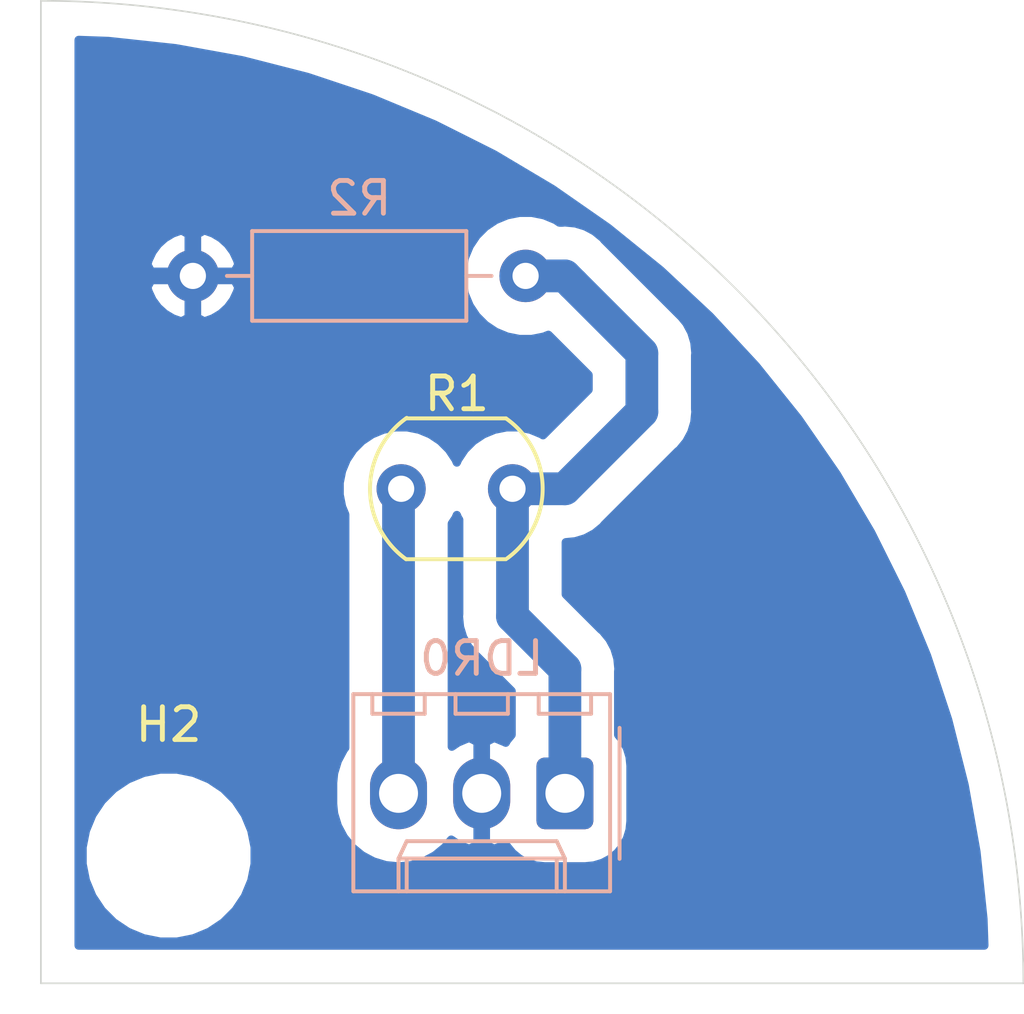
<source format=kicad_pcb>
(kicad_pcb (version 20171130) (host pcbnew "(5.1.6)-1")

  (general
    (thickness 1.6)
    (drawings 3)
    (tracks 12)
    (zones 0)
    (modules 4)
    (nets 4)
  )

  (page A4)
  (layers
    (0 F.Cu signal)
    (31 B.Cu signal)
    (32 B.Adhes user)
    (33 F.Adhes user)
    (34 B.Paste user)
    (35 F.Paste user)
    (36 B.SilkS user)
    (37 F.SilkS user)
    (38 B.Mask user)
    (39 F.Mask user)
    (40 Dwgs.User user)
    (41 Cmts.User user)
    (42 Eco1.User user)
    (43 Eco2.User user)
    (44 Edge.Cuts user)
    (45 Margin user)
    (46 B.CrtYd user)
    (47 F.CrtYd user)
    (48 B.Fab user)
    (49 F.Fab user)
  )

  (setup
    (last_trace_width 1)
    (trace_clearance 0.2)
    (zone_clearance 0.508)
    (zone_45_only no)
    (trace_min 0.2)
    (via_size 0.8)
    (via_drill 0.4)
    (via_min_size 0.4)
    (via_min_drill 0.3)
    (uvia_size 0.3)
    (uvia_drill 0.1)
    (uvias_allowed no)
    (uvia_min_size 0.2)
    (uvia_min_drill 0.1)
    (edge_width 0.05)
    (segment_width 0.2)
    (pcb_text_width 0.3)
    (pcb_text_size 1.5 1.5)
    (mod_edge_width 0.12)
    (mod_text_size 1 1)
    (mod_text_width 0.15)
    (pad_size 1.524 1.524)
    (pad_drill 0.762)
    (pad_to_mask_clearance 0)
    (aux_axis_origin 0 0)
    (visible_elements 7FFFFFFF)
    (pcbplotparams
      (layerselection 0x010fc_ffffffff)
      (usegerberextensions false)
      (usegerberattributes true)
      (usegerberadvancedattributes true)
      (creategerberjobfile true)
      (excludeedgelayer true)
      (linewidth 0.100000)
      (plotframeref false)
      (viasonmask false)
      (mode 1)
      (useauxorigin false)
      (hpglpennumber 1)
      (hpglpenspeed 20)
      (hpglpendiameter 15.000000)
      (psnegative false)
      (psa4output false)
      (plotreference true)
      (plotvalue true)
      (plotinvisibletext false)
      (padsonsilk false)
      (subtractmaskfromsilk false)
      (outputformat 1)
      (mirror false)
      (drillshape 1)
      (scaleselection 1)
      (outputdirectory ""))
  )

  (net 0 "")
  (net 1 LDR0)
  (net 2 GND)
  (net 3 +5V)

  (net_class Default "This is the default net class."
    (clearance 0.2)
    (trace_width 1)
    (via_dia 0.8)
    (via_drill 0.4)
    (uvia_dia 0.3)
    (uvia_drill 0.1)
    (add_net +5V)
    (add_net GND)
    (add_net LDR0)
  )

  (module MountingHole:MountingHole_3mm (layer F.Cu) (tedit 56D1B4CB) (tstamp 5F910878)
    (at 153.8 87.1)
    (descr "Mounting Hole 3mm, no annular")
    (tags "mounting hole 3mm no annular")
    (path /5F9CC719)
    (attr virtual)
    (fp_text reference H2 (at 0 -4) (layer F.SilkS)
      (effects (font (size 1 1) (thickness 0.15)))
    )
    (fp_text value MountingHole (at 0 4) (layer F.Fab)
      (effects (font (size 1 1) (thickness 0.15)))
    )
    (fp_circle (center 0 0) (end 3.25 0) (layer F.CrtYd) (width 0.05))
    (fp_circle (center 0 0) (end 3 0) (layer Cmts.User) (width 0.15))
    (fp_text user %R (at 0.3 0) (layer F.Fab)
      (effects (font (size 1 1) (thickness 0.15)))
    )
    (pad 1 np_thru_hole circle (at 0 0) (size 3 3) (drill 3) (layers *.Cu *.Mask))
  )

  (module Connector_Molex:Molex_KK-254_AE-6410-03A_1x03_P2.54mm_Vertical (layer B.Cu) (tedit 5EA53D3B) (tstamp 5F9108A0)
    (at 165.9 85.2 180)
    (descr "Molex KK-254 Interconnect System, old/engineering part number: AE-6410-03A example for new part number: 22-27-2031, 3 Pins (http://www.molex.com/pdm_docs/sd/022272021_sd.pdf), generated with kicad-footprint-generator")
    (tags "connector Molex KK-254 vertical")
    (path /5F993B4F)
    (fp_text reference LDR0 (at 2.54 4.12) (layer B.SilkS)
      (effects (font (size 1 1) (thickness 0.15)) (justify mirror))
    )
    (fp_text value LDR0 (at 2.54 -4.08) (layer B.Fab)
      (effects (font (size 1 1) (thickness 0.15)) (justify mirror))
    )
    (fp_line (start -1.27 2.92) (end -1.27 -2.88) (layer B.Fab) (width 0.1))
    (fp_line (start -1.27 -2.88) (end 6.35 -2.88) (layer B.Fab) (width 0.1))
    (fp_line (start 6.35 -2.88) (end 6.35 2.92) (layer B.Fab) (width 0.1))
    (fp_line (start 6.35 2.92) (end -1.27 2.92) (layer B.Fab) (width 0.1))
    (fp_line (start -1.38 3.03) (end -1.38 -2.99) (layer B.SilkS) (width 0.12))
    (fp_line (start -1.38 -2.99) (end 6.46 -2.99) (layer B.SilkS) (width 0.12))
    (fp_line (start 6.46 -2.99) (end 6.46 3.03) (layer B.SilkS) (width 0.12))
    (fp_line (start 6.46 3.03) (end -1.38 3.03) (layer B.SilkS) (width 0.12))
    (fp_line (start -1.67 2) (end -1.67 -2) (layer B.SilkS) (width 0.12))
    (fp_line (start -1.27 0.5) (end -0.562893 0) (layer B.Fab) (width 0.1))
    (fp_line (start -0.562893 0) (end -1.27 -0.5) (layer B.Fab) (width 0.1))
    (fp_line (start 0 -2.99) (end 0 -1.99) (layer B.SilkS) (width 0.12))
    (fp_line (start 0 -1.99) (end 5.08 -1.99) (layer B.SilkS) (width 0.12))
    (fp_line (start 5.08 -1.99) (end 5.08 -2.99) (layer B.SilkS) (width 0.12))
    (fp_line (start 0 -1.99) (end 0.25 -1.46) (layer B.SilkS) (width 0.12))
    (fp_line (start 0.25 -1.46) (end 4.83 -1.46) (layer B.SilkS) (width 0.12))
    (fp_line (start 4.83 -1.46) (end 5.08 -1.99) (layer B.SilkS) (width 0.12))
    (fp_line (start 0.25 -2.99) (end 0.25 -1.99) (layer B.SilkS) (width 0.12))
    (fp_line (start 4.83 -2.99) (end 4.83 -1.99) (layer B.SilkS) (width 0.12))
    (fp_line (start -0.8 3.03) (end -0.8 2.43) (layer B.SilkS) (width 0.12))
    (fp_line (start -0.8 2.43) (end 0.8 2.43) (layer B.SilkS) (width 0.12))
    (fp_line (start 0.8 2.43) (end 0.8 3.03) (layer B.SilkS) (width 0.12))
    (fp_line (start 1.74 3.03) (end 1.74 2.43) (layer B.SilkS) (width 0.12))
    (fp_line (start 1.74 2.43) (end 3.34 2.43) (layer B.SilkS) (width 0.12))
    (fp_line (start 3.34 2.43) (end 3.34 3.03) (layer B.SilkS) (width 0.12))
    (fp_line (start 4.28 3.03) (end 4.28 2.43) (layer B.SilkS) (width 0.12))
    (fp_line (start 4.28 2.43) (end 5.88 2.43) (layer B.SilkS) (width 0.12))
    (fp_line (start 5.88 2.43) (end 5.88 3.03) (layer B.SilkS) (width 0.12))
    (fp_line (start -1.77 3.42) (end -1.77 -3.38) (layer B.CrtYd) (width 0.05))
    (fp_line (start -1.77 -3.38) (end 6.85 -3.38) (layer B.CrtYd) (width 0.05))
    (fp_line (start 6.85 -3.38) (end 6.85 3.42) (layer B.CrtYd) (width 0.05))
    (fp_line (start 6.85 3.42) (end -1.77 3.42) (layer B.CrtYd) (width 0.05))
    (fp_text user %R (at 2.54 2.22) (layer B.Fab)
      (effects (font (size 1 1) (thickness 0.15)) (justify mirror))
    )
    (pad 1 thru_hole roundrect (at 0 0 180) (size 1.74 2.19) (drill 1.19) (layers *.Cu *.Mask) (roundrect_rratio 0.143678)
      (net 1 LDR0))
    (pad 2 thru_hole oval (at 2.54 0 180) (size 1.74 2.19) (drill 1.19) (layers *.Cu *.Mask)
      (net 2 GND))
    (pad 3 thru_hole oval (at 5.08 0 180) (size 1.74 2.19) (drill 1.19) (layers *.Cu *.Mask)
      (net 3 +5V))
    (model ${KISYS3DMOD}/Connector_Molex.3dshapes/Molex_KK-254_AE-6410-03A_1x03_P2.54mm_Vertical.wrl
      (at (xyz 0 0 0))
      (scale (xyz 1 1 1))
      (rotate (xyz 0 0 0))
    )
  )

  (module OptoDevice:R_LDR_5.1x4.3mm_P3.4mm_Vertical (layer F.Cu) (tedit 5B8603DB) (tstamp 5F9108C0)
    (at 160.9 75.9)
    (descr "Resistor, LDR 5.1x3.4mm, see http://yourduino.com/docs/Photoresistor-5516-datasheet.pdf")
    (tags "Resistor LDR5.1x3.4mm")
    (path /5F9943CE)
    (fp_text reference R1 (at 1.7 -2.9) (layer F.SilkS)
      (effects (font (size 1 1) (thickness 0.15)))
    )
    (fp_text value LDR (at 1.5 3) (layer F.Fab)
      (effects (font (size 1 1) (thickness 0.15)))
    )
    (fp_line (start 0.15 2.15) (end 3.2 2.15) (layer F.SilkS) (width 0.12))
    (fp_line (start 0.15 -2.15) (end 3.2 -2.15) (layer F.SilkS) (width 0.12))
    (fp_line (start 1 0) (end 2.3 0) (layer F.Fab) (width 0.1))
    (fp_line (start 2.3 0) (end 2.3 -0.6) (layer F.Fab) (width 0.1))
    (fp_line (start 2.3 -0.6) (end 0.8 -0.6) (layer F.Fab) (width 0.1))
    (fp_line (start 2.6 0.6) (end 1 0.6) (layer F.Fab) (width 0.1))
    (fp_line (start 0.8 -1.8) (end 2.6 -1.8) (layer F.Fab) (width 0.1))
    (fp_line (start 2.6 -1.8) (end 2.6 -1.2) (layer F.Fab) (width 0.1))
    (fp_line (start 2.6 -1.2) (end 0.8 -1.2) (layer F.Fab) (width 0.1))
    (fp_line (start 0.8 -1.2) (end 0.8 -0.6) (layer F.Fab) (width 0.1))
    (fp_line (start 1 0) (end 1 0.6) (layer F.Fab) (width 0.1))
    (fp_line (start 2.6 0.6) (end 2.6 1.2) (layer F.Fab) (width 0.1))
    (fp_line (start 2.6 1.2) (end 0.8 1.2) (layer F.Fab) (width 0.1))
    (fp_line (start 0.8 1.2) (end 0.8 1.8) (layer F.Fab) (width 0.1))
    (fp_line (start 0.8 1.8) (end 2.6 1.8) (layer F.Fab) (width 0.1))
    (fp_line (start 3.2 2.1) (end 0.2 2.1) (layer F.Fab) (width 0.1))
    (fp_line (start 0.2 -2.1) (end 3.2 -2.1) (layer F.Fab) (width 0.1))
    (fp_line (start -1.13 -2.35) (end 4.53 -2.35) (layer F.CrtYd) (width 0.05))
    (fp_line (start -1.13 -2.35) (end -1.13 2.35) (layer F.CrtYd) (width 0.05))
    (fp_line (start 4.53 2.35) (end 4.53 -2.35) (layer F.CrtYd) (width 0.05))
    (fp_line (start 4.53 2.35) (end -1.13 2.35) (layer F.CrtYd) (width 0.05))
    (fp_text user %R (at 1.7 -2.9) (layer F.Fab)
      (effects (font (size 1 1) (thickness 0.15)))
    )
    (fp_arc (start 1.7 0) (end 0.15 2.15) (angle 109) (layer F.SilkS) (width 0.12))
    (fp_arc (start 1.7 0) (end 3.2 -2.15) (angle 109) (layer F.SilkS) (width 0.12))
    (fp_arc (start 1.7 0) (end 3.2 -2.1) (angle 109) (layer F.Fab) (width 0.1))
    (fp_arc (start 1.7 0) (end 0.2 2.1) (angle 109) (layer F.Fab) (width 0.1))
    (pad 1 thru_hole circle (at 0 0) (size 1.5 1.5) (drill 0.8) (layers *.Cu *.Mask)
      (net 3 +5V))
    (pad 2 thru_hole circle (at 3.4 0) (size 1.5 1.5) (drill 0.8) (layers *.Cu *.Mask)
      (net 1 LDR0))
    (model ${KISYS3DMOD}/OptoDevice.3dshapes/R_LDR_5.1x4.3mm_P3.4mm_Vertical.wrl
      (at (xyz 0 0 0))
      (scale (xyz 1 1 1))
      (rotate (xyz 0 0 0))
    )
  )

  (module Resistor_THT:R_Axial_DIN0207_L6.3mm_D2.5mm_P10.16mm_Horizontal (layer B.Cu) (tedit 5AE5139B) (tstamp 5F9108D7)
    (at 164.7 69.4 180)
    (descr "Resistor, Axial_DIN0207 series, Axial, Horizontal, pin pitch=10.16mm, 0.25W = 1/4W, length*diameter=6.3*2.5mm^2, http://cdn-reichelt.de/documents/datenblatt/B400/1_4W%23YAG.pdf")
    (tags "Resistor Axial_DIN0207 series Axial Horizontal pin pitch 10.16mm 0.25W = 1/4W length 6.3mm diameter 2.5mm")
    (path /5F9C7750)
    (fp_text reference R2 (at 5.08 2.37) (layer B.SilkS)
      (effects (font (size 1 1) (thickness 0.15)) (justify mirror))
    )
    (fp_text value 1k (at 5.08 -2.37) (layer B.Fab)
      (effects (font (size 1 1) (thickness 0.15)) (justify mirror))
    )
    (fp_line (start 1.93 1.25) (end 1.93 -1.25) (layer B.Fab) (width 0.1))
    (fp_line (start 1.93 -1.25) (end 8.23 -1.25) (layer B.Fab) (width 0.1))
    (fp_line (start 8.23 -1.25) (end 8.23 1.25) (layer B.Fab) (width 0.1))
    (fp_line (start 8.23 1.25) (end 1.93 1.25) (layer B.Fab) (width 0.1))
    (fp_line (start 0 0) (end 1.93 0) (layer B.Fab) (width 0.1))
    (fp_line (start 10.16 0) (end 8.23 0) (layer B.Fab) (width 0.1))
    (fp_line (start 1.81 1.37) (end 1.81 -1.37) (layer B.SilkS) (width 0.12))
    (fp_line (start 1.81 -1.37) (end 8.35 -1.37) (layer B.SilkS) (width 0.12))
    (fp_line (start 8.35 -1.37) (end 8.35 1.37) (layer B.SilkS) (width 0.12))
    (fp_line (start 8.35 1.37) (end 1.81 1.37) (layer B.SilkS) (width 0.12))
    (fp_line (start 1.04 0) (end 1.81 0) (layer B.SilkS) (width 0.12))
    (fp_line (start 9.12 0) (end 8.35 0) (layer B.SilkS) (width 0.12))
    (fp_line (start -1.05 1.5) (end -1.05 -1.5) (layer B.CrtYd) (width 0.05))
    (fp_line (start -1.05 -1.5) (end 11.21 -1.5) (layer B.CrtYd) (width 0.05))
    (fp_line (start 11.21 -1.5) (end 11.21 1.5) (layer B.CrtYd) (width 0.05))
    (fp_line (start 11.21 1.5) (end -1.05 1.5) (layer B.CrtYd) (width 0.05))
    (fp_text user %R (at 5.08 0) (layer B.Fab)
      (effects (font (size 1 1) (thickness 0.15)) (justify mirror))
    )
    (pad 1 thru_hole circle (at 0 0 180) (size 1.6 1.6) (drill 0.8) (layers *.Cu *.Mask)
      (net 1 LDR0))
    (pad 2 thru_hole oval (at 10.16 0 180) (size 1.6 1.6) (drill 0.8) (layers *.Cu *.Mask)
      (net 2 GND))
    (model ${KISYS3DMOD}/Resistor_THT.3dshapes/R_Axial_DIN0207_L6.3mm_D2.5mm_P10.16mm_Horizontal.wrl
      (at (xyz 0 0 0))
      (scale (xyz 1 1 1))
      (rotate (xyz 0 0 0))
    )
  )

  (gr_line (start 149.9 61) (end 149.9 91) (layer Edge.Cuts) (width 0.05) (tstamp 5F91078F))
  (gr_line (start 179.9 91) (end 149.9 91) (layer Edge.Cuts) (width 0.05))
  (gr_arc (start 149.9 91) (end 179.9 91) (angle -90) (layer Edge.Cuts) (width 0.05))

  (segment (start 164.3 75.9) (end 164.3 79.8) (width 1) (layer B.Cu) (net 1))
  (segment (start 165.9 81.4) (end 165.9 85.2) (width 1) (layer B.Cu) (net 1))
  (segment (start 164.3 79.8) (end 165.9 81.4) (width 1) (layer B.Cu) (net 1))
  (segment (start 164.8 69.5) (end 164.7 69.4) (width 1) (layer B.Cu) (net 1))
  (segment (start 168.25 71.75) (end 166.15 69.65) (width 1) (layer B.Cu) (net 1))
  (segment (start 165.9 75.9) (end 164.3 75.9) (width 1) (layer B.Cu) (net 1))
  (segment (start 168.25 71.8) (end 168.25 73.55) (width 1) (layer B.Cu) (net 1))
  (segment (start 168.25 73.55) (end 165.9 75.9) (width 1) (layer B.Cu) (net 1))
  (segment (start 165.9 69.4) (end 166.15 69.65) (width 1) (layer B.Cu) (net 1))
  (segment (start 164.7 69.4) (end 165.9 69.4) (width 1) (layer B.Cu) (net 1))
  (segment (start 160.82 75.98) (end 160.9 75.9) (width 1) (layer B.Cu) (net 3))
  (segment (start 160.82 85.2) (end 160.82 75.98) (width 1) (layer B.Cu) (net 3))

  (zone (net 2) (net_name GND) (layer B.Cu) (tstamp 0) (hatch edge 0.508)
    (connect_pads (clearance 1))
    (min_thickness 0.254)
    (fill yes (arc_segments 32) (thermal_gap 0.508) (thermal_bridge_width 0.508))
    (polygon
      (pts
        (xy 152.15 61.1) (xy 153.85 61.3) (xy 155.55 61.6) (xy 157.95 62.2) (xy 160.05 62.9)
        (xy 162.45 63.9) (xy 164.35 64.9) (xy 167.05 66.6) (xy 169.15 68.3) (xy 170.95 70)
        (xy 172.55 71.7) (xy 172.95 72.2) (xy 173.9 72.9) (xy 175.775 75.35) (xy 177.9 79.8)
        (xy 179.09375 83.7625) (xy 179.90625 91.0375) (xy 149.55 91) (xy 149.55 61) (xy 150.65 61)
      )
    )
    (filled_polygon
      (pts
        (xy 151.962511 62.226565) (xy 154.014452 62.447665) (xy 156.045353 62.814912) (xy 158.044781 63.326419) (xy 160.002518 63.979569)
        (xy 161.908563 64.771029) (xy 163.75313 65.696733) (xy 165.526799 66.751955) (xy 167.220481 67.931287) (xy 168.825503 69.228692)
        (xy 170.333669 70.637542) (xy 171.737239 72.150609) (xy 173.029029 73.760147) (xy 174.202445 75.457937) (xy 175.251469 77.235279)
        (xy 176.170732 79.083072) (xy 176.955532 80.991866) (xy 177.601845 82.951871) (xy 178.106367 84.95307) (xy 178.466523 86.985242)
        (xy 178.680564 89.038946) (xy 178.70811 89.848) (xy 151.052 89.848) (xy 151.052 86.841263) (xy 151.173 86.841263)
        (xy 151.173 87.358737) (xy 151.273954 87.866268) (xy 151.471983 88.344351) (xy 151.759476 88.774615) (xy 152.125385 89.140524)
        (xy 152.555649 89.428017) (xy 153.033732 89.626046) (xy 153.541263 89.727) (xy 154.058737 89.727) (xy 154.566268 89.626046)
        (xy 155.044351 89.428017) (xy 155.474615 89.140524) (xy 155.840524 88.774615) (xy 156.128017 88.344351) (xy 156.326046 87.866268)
        (xy 156.427 87.358737) (xy 156.427 86.841263) (xy 156.326046 86.333732) (xy 156.128017 85.855649) (xy 155.840524 85.425385)
        (xy 155.474615 85.059476) (xy 155.20137 84.876899) (xy 158.823 84.876899) (xy 158.823 85.5231) (xy 158.851895 85.816479)
        (xy 158.966086 86.192915) (xy 159.151522 86.539842) (xy 159.401076 86.843924) (xy 159.705158 87.093478) (xy 160.052084 87.278914)
        (xy 160.42852 87.393105) (xy 160.82 87.431662) (xy 161.211479 87.393105) (xy 161.587915 87.278914) (xy 161.934842 87.093478)
        (xy 162.238924 86.843924) (xy 162.429053 86.612251) (xy 162.639191 86.754474) (xy 162.912409 86.869551) (xy 162.999969 86.886302)
        (xy 163.233 86.765246) (xy 163.233 85.327) (xy 163.213 85.327) (xy 163.213 85.073) (xy 163.233 85.073)
        (xy 163.233 83.634754) (xy 162.999969 83.513698) (xy 162.912409 83.530449) (xy 162.639191 83.645526) (xy 162.447 83.775603)
        (xy 162.447 76.963262) (xy 162.563376 76.789093) (xy 162.6 76.700675) (xy 162.636624 76.789093) (xy 162.673 76.843534)
        (xy 162.673001 79.720076) (xy 162.665129 79.8) (xy 162.673001 79.879925) (xy 162.696543 80.118948) (xy 162.789576 80.425638)
        (xy 162.940654 80.708285) (xy 163.093022 80.893947) (xy 163.093026 80.893951) (xy 163.143972 80.956029) (xy 163.20605 81.006975)
        (xy 164.273 82.073926) (xy 164.273001 83.413352) (xy 164.130532 83.58695) (xy 164.094331 83.654678) (xy 164.080809 83.645526)
        (xy 163.807591 83.530449) (xy 163.720031 83.513698) (xy 163.487 83.634754) (xy 163.487 85.073) (xy 163.507 85.073)
        (xy 163.507 85.327) (xy 163.487 85.327) (xy 163.487 86.765246) (xy 163.720031 86.886302) (xy 163.807591 86.869551)
        (xy 164.080809 86.754474) (xy 164.094331 86.745322) (xy 164.130532 86.81305) (xy 164.302458 87.022542) (xy 164.51195 87.194468)
        (xy 164.750958 87.32222) (xy 165.010296 87.40089) (xy 165.279999 87.427453) (xy 166.520001 87.427453) (xy 166.789704 87.40089)
        (xy 167.049042 87.32222) (xy 167.28805 87.194468) (xy 167.497542 87.022542) (xy 167.669468 86.81305) (xy 167.79722 86.574042)
        (xy 167.87589 86.314704) (xy 167.902453 86.045001) (xy 167.902453 84.354999) (xy 167.87589 84.085296) (xy 167.79722 83.825958)
        (xy 167.669468 83.58695) (xy 167.527 83.413353) (xy 167.527 81.479925) (xy 167.534872 81.4) (xy 167.503458 81.081052)
        (xy 167.464521 80.952695) (xy 167.410425 80.774362) (xy 167.259346 80.491714) (xy 167.110473 80.310311) (xy 167.106978 80.306052)
        (xy 167.106975 80.306049) (xy 167.056029 80.243971) (xy 166.993952 80.193026) (xy 165.927 79.126075) (xy 165.927 77.532212)
        (xy 165.979914 77.527) (xy 165.979925 77.527) (xy 166.218948 77.503458) (xy 166.525638 77.410425) (xy 166.808286 77.259346)
        (xy 167.056029 77.056029) (xy 167.106979 76.993946) (xy 169.343951 74.756975) (xy 169.406029 74.706029) (xy 169.456975 74.643951)
        (xy 169.456978 74.643948) (xy 169.609346 74.458286) (xy 169.681254 74.323756) (xy 169.760425 74.175638) (xy 169.853458 73.868948)
        (xy 169.877 73.629925) (xy 169.877 73.629917) (xy 169.884871 73.55) (xy 169.877 73.470083) (xy 169.877 71.829914)
        (xy 169.884871 71.749999) (xy 169.853457 71.431052) (xy 169.760424 71.12436) (xy 169.609345 70.841713) (xy 169.456977 70.656052)
        (xy 167.243947 68.443022) (xy 167.243943 68.443019) (xy 167.106981 68.306056) (xy 167.056029 68.243971) (xy 166.808286 68.040654)
        (xy 166.525638 67.889575) (xy 166.218948 67.796542) (xy 165.979925 67.773) (xy 165.979914 67.773) (xy 165.9 67.765129)
        (xy 165.820086 67.773) (xy 165.733531 67.773) (xy 165.612777 67.692315) (xy 165.262085 67.547053) (xy 164.889793 67.473)
        (xy 164.510207 67.473) (xy 164.137915 67.547053) (xy 163.787223 67.692315) (xy 163.471609 67.903201) (xy 163.203201 68.171609)
        (xy 162.992315 68.487223) (xy 162.847053 68.837915) (xy 162.773 69.210207) (xy 162.773 69.589793) (xy 162.847053 69.962085)
        (xy 162.992315 70.312777) (xy 163.203201 70.628391) (xy 163.471609 70.896799) (xy 163.787223 71.107685) (xy 164.137915 71.252947)
        (xy 164.510207 71.327) (xy 164.889793 71.327) (xy 165.262085 71.252947) (xy 165.396391 71.197316) (xy 166.623 72.423925)
        (xy 166.623 72.876074) (xy 165.233068 74.266007) (xy 165.189093 74.236624) (xy 164.847501 74.095132) (xy 164.484868 74.023)
        (xy 164.115132 74.023) (xy 163.752499 74.095132) (xy 163.410907 74.236624) (xy 163.103482 74.442039) (xy 162.842039 74.703482)
        (xy 162.636624 75.010907) (xy 162.6 75.099325) (xy 162.563376 75.010907) (xy 162.357961 74.703482) (xy 162.096518 74.442039)
        (xy 161.789093 74.236624) (xy 161.447501 74.095132) (xy 161.084868 74.023) (xy 160.715132 74.023) (xy 160.352499 74.095132)
        (xy 160.010907 74.236624) (xy 159.703482 74.442039) (xy 159.442039 74.703482) (xy 159.236624 75.010907) (xy 159.095132 75.352499)
        (xy 159.023 75.715132) (xy 159.023 76.084868) (xy 159.095132 76.447501) (xy 159.193001 76.683778) (xy 159.193 83.809617)
        (xy 159.151522 83.860158) (xy 158.966086 84.207084) (xy 158.851895 84.58352) (xy 158.823 84.876899) (xy 155.20137 84.876899)
        (xy 155.044351 84.771983) (xy 154.566268 84.573954) (xy 154.058737 84.473) (xy 153.541263 84.473) (xy 153.033732 84.573954)
        (xy 152.555649 84.771983) (xy 152.125385 85.059476) (xy 151.759476 85.425385) (xy 151.471983 85.855649) (xy 151.273954 86.333732)
        (xy 151.173 86.841263) (xy 151.052 86.841263) (xy 151.052 69.749039) (xy 153.148096 69.749039) (xy 153.188754 69.883087)
        (xy 153.308963 70.13742) (xy 153.476481 70.363414) (xy 153.684869 70.552385) (xy 153.926119 70.69707) (xy 154.19096 70.791909)
        (xy 154.413 70.670624) (xy 154.413 69.527) (xy 154.667 69.527) (xy 154.667 70.670624) (xy 154.88904 70.791909)
        (xy 155.153881 70.69707) (xy 155.395131 70.552385) (xy 155.603519 70.363414) (xy 155.771037 70.13742) (xy 155.891246 69.883087)
        (xy 155.931904 69.749039) (xy 155.809915 69.527) (xy 154.667 69.527) (xy 154.413 69.527) (xy 153.270085 69.527)
        (xy 153.148096 69.749039) (xy 151.052 69.749039) (xy 151.052 69.050961) (xy 153.148096 69.050961) (xy 153.270085 69.273)
        (xy 154.413 69.273) (xy 154.413 68.129376) (xy 154.667 68.129376) (xy 154.667 69.273) (xy 155.809915 69.273)
        (xy 155.931904 69.050961) (xy 155.891246 68.916913) (xy 155.771037 68.66258) (xy 155.603519 68.436586) (xy 155.395131 68.247615)
        (xy 155.153881 68.10293) (xy 154.88904 68.008091) (xy 154.667 68.129376) (xy 154.413 68.129376) (xy 154.19096 68.008091)
        (xy 153.926119 68.10293) (xy 153.684869 68.247615) (xy 153.476481 68.436586) (xy 153.308963 68.66258) (xy 153.188754 68.916913)
        (xy 153.148096 69.050961) (xy 151.052 69.050961) (xy 151.052 62.193974)
      )
    )
  )
)

</source>
